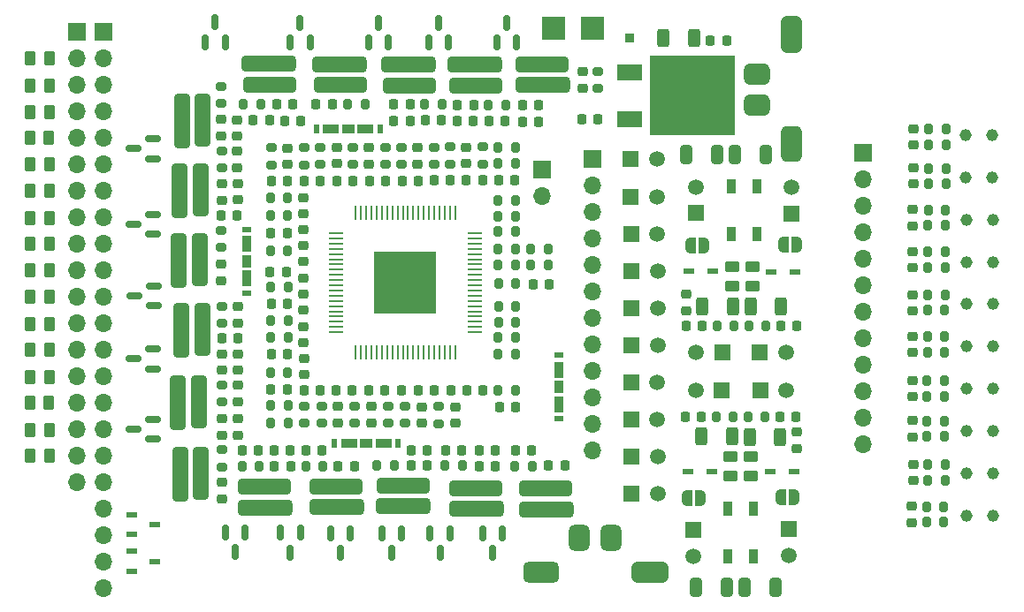
<source format=gbr>
%TF.GenerationSoftware,KiCad,Pcbnew,8.0.2*%
%TF.CreationDate,2024-12-22T13:37:02+01:00*%
%TF.ProjectId,FT25_AMS_Slave,46543235-5f41-44d5-935f-536c6176652e,rev?*%
%TF.SameCoordinates,Original*%
%TF.FileFunction,Soldermask,Top*%
%TF.FilePolarity,Negative*%
%FSLAX46Y46*%
G04 Gerber Fmt 4.6, Leading zero omitted, Abs format (unit mm)*
G04 Created by KiCad (PCBNEW 8.0.2) date 2024-12-22 13:37:02*
%MOMM*%
%LPD*%
G01*
G04 APERTURE LIST*
G04 Aperture macros list*
%AMRoundRect*
0 Rectangle with rounded corners*
0 $1 Rounding radius*
0 $2 $3 $4 $5 $6 $7 $8 $9 X,Y pos of 4 corners*
0 Add a 4 corners polygon primitive as box body*
4,1,4,$2,$3,$4,$5,$6,$7,$8,$9,$2,$3,0*
0 Add four circle primitives for the rounded corners*
1,1,$1+$1,$2,$3*
1,1,$1+$1,$4,$5*
1,1,$1+$1,$6,$7*
1,1,$1+$1,$8,$9*
0 Add four rect primitives between the rounded corners*
20,1,$1+$1,$2,$3,$4,$5,0*
20,1,$1+$1,$4,$5,$6,$7,0*
20,1,$1+$1,$6,$7,$8,$9,0*
20,1,$1+$1,$8,$9,$2,$3,0*%
%AMFreePoly0*
4,1,19,0.500000,-0.750000,0.000000,-0.750000,0.000000,-0.744911,-0.071157,-0.744911,-0.207708,-0.704816,-0.327430,-0.627875,-0.420627,-0.520320,-0.479746,-0.390866,-0.500000,-0.250000,-0.500000,0.250000,-0.479746,0.390866,-0.420627,0.520320,-0.327430,0.627875,-0.207708,0.704816,-0.071157,0.744911,0.000000,0.744911,0.000000,0.750000,0.500000,0.750000,0.500000,-0.750000,0.500000,-0.750000,
$1*%
%AMFreePoly1*
4,1,19,0.000000,0.744911,0.071157,0.744911,0.207708,0.704816,0.327430,0.627875,0.420627,0.520320,0.479746,0.390866,0.500000,0.250000,0.500000,-0.250000,0.479746,-0.390866,0.420627,-0.520320,0.327430,-0.627875,0.207708,-0.704816,0.071157,-0.744911,0.000000,-0.744911,0.000000,-0.750000,-0.500000,-0.750000,-0.500000,0.750000,0.000000,0.750000,0.000000,0.744911,0.000000,0.744911,
$1*%
G04 Aperture macros list end*
%ADD10RoundRect,0.200000X-0.275000X0.200000X-0.275000X-0.200000X0.275000X-0.200000X0.275000X0.200000X0*%
%ADD11RoundRect,0.250000X0.450000X-0.262500X0.450000X0.262500X-0.450000X0.262500X-0.450000X-0.262500X0*%
%ADD12RoundRect,0.250000X-0.262500X-0.450000X0.262500X-0.450000X0.262500X0.450000X-0.262500X0.450000X0*%
%ADD13RoundRect,0.225000X0.250000X-0.225000X0.250000X0.225000X-0.250000X0.225000X-0.250000X-0.225000X0*%
%ADD14RoundRect,0.225000X-0.250000X0.225000X-0.250000X-0.225000X0.250000X-0.225000X0.250000X0.225000X0*%
%ADD15R,1.700000X1.700000*%
%ADD16O,1.700000X1.700000*%
%ADD17RoundRect,0.200000X-0.200000X-0.275000X0.200000X-0.275000X0.200000X0.275000X-0.200000X0.275000X0*%
%ADD18RoundRect,0.250000X-0.312500X-0.625000X0.312500X-0.625000X0.312500X0.625000X-0.312500X0.625000X0*%
%ADD19R,1.500000X1.500000*%
%ADD20C,1.500000*%
%ADD21RoundRect,0.326087X2.273913X-0.423913X2.273913X0.423913X-2.273913X0.423913X-2.273913X-0.423913X0*%
%ADD22RoundRect,0.326087X2.198913X-0.423913X2.198913X0.423913X-2.198913X0.423913X-2.198913X-0.423913X0*%
%ADD23RoundRect,0.218750X-0.218750X-0.256250X0.218750X-0.256250X0.218750X0.256250X-0.218750X0.256250X0*%
%ADD24R,2.180400X2.210000*%
%ADD25RoundRect,0.225000X0.225000X0.250000X-0.225000X0.250000X-0.225000X-0.250000X0.225000X-0.250000X0*%
%ADD26RoundRect,0.150000X0.150000X-0.587500X0.150000X0.587500X-0.150000X0.587500X-0.150000X-0.587500X0*%
%ADD27RoundRect,0.200000X0.200000X0.275000X-0.200000X0.275000X-0.200000X-0.275000X0.200000X-0.275000X0*%
%ADD28C,1.173000*%
%ADD29RoundRect,0.150000X-0.150000X0.587500X-0.150000X-0.587500X0.150000X-0.587500X0.150000X0.587500X0*%
%ADD30RoundRect,0.218750X0.218750X0.256250X-0.218750X0.256250X-0.218750X-0.256250X0.218750X-0.256250X0*%
%ADD31FreePoly0,180.000000*%
%ADD32FreePoly1,180.000000*%
%ADD33RoundRect,0.218750X0.256250X-0.218750X0.256250X0.218750X-0.256250X0.218750X-0.256250X-0.218750X0*%
%ADD34RoundRect,0.250000X0.325000X0.650000X-0.325000X0.650000X-0.325000X-0.650000X0.325000X-0.650000X0*%
%ADD35RoundRect,0.500000X-0.500000X-0.735000X0.500000X-0.735000X0.500000X0.735000X-0.500000X0.735000X0*%
%ADD36RoundRect,0.500000X-1.207500X-0.500000X1.207500X-0.500000X1.207500X0.500000X-1.207500X0.500000X0*%
%ADD37RoundRect,0.500000X-1.257500X-0.500000X1.257500X-0.500000X1.257500X0.500000X-1.257500X0.500000X0*%
%ADD38R,2.400000X1.485000*%
%ADD39R,8.250000X7.650000*%
%ADD40RoundRect,0.225000X-0.225000X-0.250000X0.225000X-0.250000X0.225000X0.250000X-0.225000X0.250000X0*%
%ADD41RoundRect,0.326087X-0.423913X-2.273913X0.423913X-2.273913X0.423913X2.273913X-0.423913X2.273913X0*%
%ADD42RoundRect,0.326087X-0.423913X-2.198913X0.423913X-2.198913X0.423913X2.198913X-0.423913X2.198913X0*%
%ADD43RoundRect,0.250000X0.312500X0.625000X-0.312500X0.625000X-0.312500X-0.625000X0.312500X-0.625000X0*%
%ADD44RoundRect,0.150000X0.587500X0.150000X-0.587500X0.150000X-0.587500X-0.150000X0.587500X-0.150000X0*%
%ADD45RoundRect,0.200000X0.275000X-0.200000X0.275000X0.200000X-0.275000X0.200000X-0.275000X-0.200000X0*%
%ADD46R,0.900000X1.350000*%
%ADD47RoundRect,0.326087X-2.273913X0.423913X-2.273913X-0.423913X2.273913X-0.423913X2.273913X0.423913X0*%
%ADD48RoundRect,0.326087X-2.198913X0.423913X-2.198913X-0.423913X2.198913X-0.423913X2.198913X0.423913X0*%
%ADD49R,1.075000X0.500000*%
%ADD50C,0.100000*%
%ADD51FreePoly0,0.000000*%
%ADD52FreePoly1,0.000000*%
%ADD53R,0.900000X0.600000*%
%ADD54R,0.900000X1.500000*%
%ADD55R,0.900000X1.200000*%
%ADD56O,0.250000X1.500000*%
%ADD57O,1.500000X0.250000*%
%ADD58C,0.600000*%
%ADD59R,6.000000X6.000000*%
%ADD60RoundRect,0.250000X-0.450000X0.262500X-0.450000X-0.262500X0.450000X-0.262500X0.450000X0.262500X0*%
%ADD61R,0.850000X0.850000*%
%ADD62R,1.050000X0.600000*%
%ADD63R,0.600000X0.900000*%
%ADD64R,1.500000X0.900000*%
%ADD65R,1.200000X0.900000*%
%ADD66RoundRect,0.250000X-0.325000X-0.650000X0.325000X-0.650000X0.325000X0.650000X-0.325000X0.650000X0*%
%ADD67RoundRect,0.500000X0.735000X-0.500000X0.735000X0.500000X-0.735000X0.500000X-0.735000X-0.500000X0*%
%ADD68RoundRect,0.500000X0.500000X-1.207500X0.500000X1.207500X-0.500000X1.207500X-0.500000X-1.207500X0*%
%ADD69RoundRect,0.500000X0.500000X-1.257500X0.500000X1.257500X-0.500000X1.257500X-0.500000X-1.257500X0*%
G04 APERTURE END LIST*
D10*
%TO.C,R49*%
X112270000Y-74975000D03*
X112270000Y-76625000D03*
%TD*%
D11*
%TO.C,R25*%
X161200000Y-94152500D03*
X161200000Y-92327500D03*
%TD*%
D12*
%TO.C,R105*%
X93997500Y-110440000D03*
X95822500Y-110440000D03*
%TD*%
D13*
%TO.C,C12*%
X167380000Y-109705000D03*
X167380000Y-108155000D03*
%TD*%
D14*
%TO.C,C49*%
X178585000Y-79055000D03*
X178585000Y-80605000D03*
%TD*%
D15*
%TO.C,J1*%
X101047500Y-69805000D03*
D16*
X101047500Y-72345000D03*
X101047500Y-74885000D03*
X101047500Y-77425000D03*
X101047500Y-79965000D03*
X101047500Y-82505000D03*
X101047500Y-85045000D03*
X101047500Y-87585000D03*
X101047500Y-90125000D03*
X101047500Y-92665000D03*
X101047500Y-95205000D03*
X101047500Y-97745000D03*
X101047500Y-100285000D03*
X101047500Y-102825000D03*
X101047500Y-105365000D03*
X101047500Y-107905000D03*
X101047500Y-110445000D03*
X101047500Y-112985000D03*
X101047500Y-115525000D03*
X101047500Y-118065000D03*
X101047500Y-120605000D03*
X101047500Y-123145000D03*
%TD*%
D17*
%TO.C,R67*%
X117055000Y-105580000D03*
X118705000Y-105580000D03*
%TD*%
D18*
%TO.C,R8*%
X154647500Y-70340000D03*
X157572500Y-70340000D03*
%TD*%
D19*
%TO.C,TP11*%
X151570000Y-103405000D03*
D20*
X154070000Y-103405000D03*
%TD*%
D21*
%TO.C,R71*%
X123350000Y-115340000D03*
D22*
X123275000Y-113340000D03*
%TD*%
D23*
%TO.C,D8*%
X138922500Y-105770000D03*
X140497500Y-105770000D03*
%TD*%
D24*
%TO.C,D1*%
X144152800Y-69410000D03*
X147867200Y-69410000D03*
%TD*%
D14*
%TO.C,C50*%
X178535000Y-90835000D03*
X178535000Y-92385000D03*
%TD*%
D19*
%TO.C,TP1*%
X160290000Y-100520000D03*
D20*
X157790000Y-100520000D03*
%TD*%
D25*
%TO.C,C21*%
X131155000Y-84040000D03*
X129605000Y-84040000D03*
%TD*%
D10*
%TO.C,R40*%
X124890000Y-80825000D03*
X124890000Y-82475000D03*
%TD*%
D21*
%TO.C,R69*%
X116480000Y-115400000D03*
D22*
X116405000Y-113400000D03*
%TD*%
D19*
%TO.C,TP13*%
X151590000Y-110495000D03*
D20*
X154090000Y-110495000D03*
%TD*%
D19*
%TO.C,TP6*%
X151540000Y-89125000D03*
D20*
X154040000Y-89125000D03*
%TD*%
D26*
%TO.C,D12*%
X132160000Y-70787500D03*
X134060000Y-70787500D03*
X133110000Y-68912500D03*
%TD*%
D12*
%TO.C,R114*%
X94017500Y-87590000D03*
X95842500Y-87590000D03*
%TD*%
D27*
%TO.C,R89*%
X181710000Y-79050000D03*
X180060000Y-79050000D03*
%TD*%
D17*
%TO.C,R59*%
X117065000Y-94260000D03*
X118715000Y-94260000D03*
%TD*%
D12*
%TO.C,R108*%
X94007500Y-102830000D03*
X95832500Y-102830000D03*
%TD*%
D28*
%TO.C,TH1*%
X183595000Y-79690000D03*
X186135000Y-79690000D03*
%TD*%
D17*
%TO.C,R7*%
X159675000Y-106680000D03*
X161325000Y-106680000D03*
%TD*%
D29*
%TO.C,D40*%
X139240000Y-117832500D03*
X137340000Y-117832500D03*
X138290000Y-119707500D03*
%TD*%
D17*
%TO.C,R12*%
X138855000Y-96130000D03*
X140505000Y-96130000D03*
%TD*%
D30*
%TO.C,D38*%
X145222501Y-111349998D03*
X143647501Y-111349998D03*
%TD*%
D31*
%TO.C,JP4*%
X158210000Y-114450000D03*
D32*
X156910000Y-114450000D03*
%TD*%
D10*
%TO.C,R56*%
X112310000Y-88815000D03*
X112310000Y-90465000D03*
%TD*%
D17*
%TO.C,R2*%
X138815000Y-85950000D03*
X140465000Y-85950000D03*
%TD*%
D30*
%TO.C,FB1*%
X148397500Y-78130000D03*
X146822500Y-78130000D03*
%TD*%
D33*
%TO.C,D29*%
X112370000Y-114547500D03*
X112370000Y-112972500D03*
%TD*%
D26*
%TO.C,D16*%
X118910000Y-70757500D03*
X120810000Y-70757500D03*
X119860000Y-68882500D03*
%TD*%
D25*
%TO.C,C22*%
X128035000Y-84050000D03*
X126485000Y-84050000D03*
%TD*%
D10*
%TO.C,R51*%
X112330000Y-81165000D03*
X112330000Y-82815000D03*
%TD*%
D25*
%TO.C,C77*%
X113835000Y-87370000D03*
X112285000Y-87370000D03*
%TD*%
D34*
%TO.C,C16*%
X160725000Y-123010000D03*
X157775000Y-123010000D03*
%TD*%
D35*
%TO.C,J11*%
X146610000Y-118315000D03*
D36*
X142902500Y-121550000D03*
D35*
X149610000Y-118315000D03*
D37*
X153352500Y-121550000D03*
%TD*%
D27*
%TO.C,R35*%
X139515000Y-76760000D03*
X137865000Y-76760000D03*
%TD*%
D38*
%TO.C,Q1*%
X151370000Y-73627500D03*
D39*
X157395000Y-75870000D03*
D38*
X151370000Y-78112500D03*
%TD*%
D40*
%TO.C,C7*%
X165890000Y-97970000D03*
X167440000Y-97970000D03*
%TD*%
D28*
%TO.C,TH10*%
X183680000Y-99910000D03*
X186220000Y-99910000D03*
%TD*%
D17*
%TO.C,R77*%
X127207500Y-111359999D03*
X128857500Y-111359999D03*
%TD*%
D34*
%TO.C,C14*%
X164425000Y-81560000D03*
X161475000Y-81560000D03*
%TD*%
D17*
%TO.C,R87*%
X179885000Y-104740000D03*
X181535000Y-104740000D03*
%TD*%
D27*
%TO.C,R37*%
X133435000Y-76750000D03*
X131785000Y-76750000D03*
%TD*%
D11*
%TO.C,R17*%
X163130000Y-94152500D03*
X163130000Y-92327500D03*
%TD*%
D40*
%TO.C,C80*%
X120405000Y-109890000D03*
X121955000Y-109890000D03*
%TD*%
D12*
%TO.C,R113*%
X94027500Y-90120000D03*
X95852500Y-90120000D03*
%TD*%
D25*
%TO.C,C61*%
X130375000Y-78280000D03*
X128825000Y-78280000D03*
%TD*%
D12*
%TO.C,R120*%
X94027500Y-72340000D03*
X95852500Y-72340000D03*
%TD*%
D14*
%TO.C,C34*%
X120180000Y-94905000D03*
X120180000Y-96455000D03*
%TD*%
D41*
%TO.C,R55*%
X108260000Y-91690000D03*
D42*
X110260000Y-91615000D03*
%TD*%
D25*
%TO.C,C40*%
X121760000Y-104130000D03*
X120210000Y-104130000D03*
%TD*%
D43*
%TO.C,R18*%
X165902500Y-96090000D03*
X162977500Y-96090000D03*
%TD*%
D17*
%TO.C,R102*%
X179905000Y-100460000D03*
X181555000Y-100460000D03*
%TD*%
D10*
%TO.C,R63*%
X112380000Y-103605000D03*
X112380000Y-105255000D03*
%TD*%
D17*
%TO.C,R27*%
X138805000Y-90610000D03*
X140455000Y-90610000D03*
%TD*%
D44*
%TO.C,D24*%
X105887501Y-96032501D03*
X105887501Y-94132501D03*
X104012501Y-95082501D03*
%TD*%
D30*
%TO.C,D37*%
X138557500Y-111390000D03*
X136982500Y-111390000D03*
%TD*%
D25*
%TO.C,C62*%
X116902500Y-78260000D03*
X115352500Y-78260000D03*
%TD*%
D17*
%TO.C,R11*%
X138835000Y-93860000D03*
X140485000Y-93860000D03*
%TD*%
D14*
%TO.C,C68*%
X113900000Y-106875000D03*
X113900000Y-108425000D03*
%TD*%
%TO.C,C47*%
X131520000Y-105720000D03*
X131520000Y-107270000D03*
%TD*%
%TO.C,C33*%
X120170000Y-91815000D03*
X120170000Y-93365000D03*
%TD*%
%TO.C,C30*%
X120150000Y-88695000D03*
X120150000Y-90245000D03*
%TD*%
D40*
%TO.C,C45*%
X129585000Y-104130000D03*
X131135000Y-104130000D03*
%TD*%
D17*
%TO.C,R94*%
X179935000Y-96460000D03*
X181585000Y-96460000D03*
%TD*%
%TO.C,R44*%
X114445000Y-76700000D03*
X116095000Y-76700000D03*
%TD*%
D25*
%TO.C,C35*%
X118645000Y-95840000D03*
X117095000Y-95840000D03*
%TD*%
%TO.C,C32*%
X118515000Y-92770000D03*
X116965000Y-92770000D03*
%TD*%
D10*
%TO.C,R46*%
X120220000Y-80875000D03*
X120220000Y-82525000D03*
%TD*%
D19*
%TO.C,TP9*%
X151580000Y-99855000D03*
D20*
X154080000Y-99855000D03*
%TD*%
D28*
%TO.C,TH3*%
X183660000Y-103980000D03*
X186200000Y-103980000D03*
%TD*%
D14*
%TO.C,C38*%
X120220000Y-101065000D03*
X120220000Y-102615000D03*
%TD*%
D45*
%TO.C,R75*%
X125060000Y-107280000D03*
X125060000Y-105630000D03*
%TD*%
D40*
%TO.C,C72*%
X137005000Y-109910000D03*
X138555000Y-109910000D03*
%TD*%
D14*
%TO.C,C66*%
X113920000Y-96125000D03*
X113920000Y-97675000D03*
%TD*%
D10*
%TO.C,R47*%
X117110000Y-80875000D03*
X117110000Y-82525000D03*
%TD*%
D17*
%TO.C,R24*%
X138815000Y-100630000D03*
X140465000Y-100630000D03*
%TD*%
D46*
%TO.C,FL1*%
X163610000Y-89145000D03*
X163610000Y-84595000D03*
X161110000Y-84595000D03*
X161110000Y-89145000D03*
%TD*%
D12*
%TO.C,R109*%
X93997500Y-100280000D03*
X95822500Y-100280000D03*
%TD*%
D40*
%TO.C,C76*%
X118365000Y-78280000D03*
X119915000Y-78280000D03*
%TD*%
%TO.C,C73*%
X140445000Y-109920000D03*
X141995000Y-109920000D03*
%TD*%
%TO.C,C81*%
X130475000Y-109890000D03*
X132025000Y-109890000D03*
%TD*%
D28*
%TO.C,TH6*%
X183670000Y-95860000D03*
X186210000Y-95860000D03*
%TD*%
D17*
%TO.C,R52*%
X117015000Y-85710000D03*
X118665000Y-85710000D03*
%TD*%
D13*
%TO.C,C79*%
X113900000Y-102215000D03*
X113900000Y-100665000D03*
%TD*%
D47*
%TO.C,R34*%
X136600000Y-72940000D03*
D48*
X136675000Y-74940000D03*
%TD*%
D14*
%TO.C,C67*%
X113900000Y-103665000D03*
X113900000Y-105215000D03*
%TD*%
D12*
%TO.C,R112*%
X94027500Y-92650000D03*
X95852500Y-92650000D03*
%TD*%
D41*
%TO.C,R57*%
X108490000Y-98410000D03*
D42*
X110490000Y-98335000D03*
%TD*%
D14*
%TO.C,C58*%
X178475000Y-98955000D03*
X178475000Y-100505000D03*
%TD*%
D43*
%TO.C,R16*%
X165812500Y-108590000D03*
X162887500Y-108590000D03*
%TD*%
D49*
%TO.C,D4*%
X167210000Y-92760000D03*
X164910000Y-92760000D03*
%TD*%
D50*
%TO.C,*%
X170560000Y-89190000D03*
%TD*%
D51*
%TO.C,JP3*%
X165850000Y-114400000D03*
D52*
X167150000Y-114400000D03*
%TD*%
D40*
%TO.C,C42*%
X126395000Y-104150000D03*
X127945000Y-104150000D03*
%TD*%
D53*
%TO.C,J7*%
X114760000Y-88690000D03*
D54*
X114760000Y-90090000D03*
D55*
X114760000Y-91740000D03*
D54*
X114760000Y-93390000D03*
D53*
X114760000Y-94790000D03*
%TD*%
D31*
%TO.C,JP1*%
X158530000Y-90240000D03*
D32*
X157230000Y-90240000D03*
%TD*%
D44*
%TO.C,D20*%
X105747500Y-81922500D03*
X105747500Y-80022500D03*
X103872500Y-80972500D03*
%TD*%
D56*
%TO.C,U1*%
X134690000Y-87132500D03*
X134190000Y-87132500D03*
X133690000Y-87132500D03*
X133190000Y-87132500D03*
X132690000Y-87132500D03*
X132190000Y-87132500D03*
X131690000Y-87132500D03*
X131190000Y-87132500D03*
X130690000Y-87132500D03*
X130190000Y-87132500D03*
X129690000Y-87132500D03*
X129190000Y-87132500D03*
X128690000Y-87132500D03*
X128190000Y-87132500D03*
X127690000Y-87132500D03*
X127190000Y-87132500D03*
X126690000Y-87132500D03*
X126190000Y-87132500D03*
X125690000Y-87132500D03*
X125190000Y-87132500D03*
D57*
X123252500Y-89070000D03*
X123252500Y-89570000D03*
X123252500Y-90070000D03*
X123252500Y-90570000D03*
X123252500Y-91070000D03*
X123252500Y-91570000D03*
X123252500Y-92070000D03*
X123252500Y-92570000D03*
X123252500Y-93070000D03*
X123252500Y-93570000D03*
X123252500Y-94070000D03*
X123252500Y-94570000D03*
X123252500Y-95070000D03*
X123252500Y-95570000D03*
X123252500Y-96070000D03*
X123252500Y-96570000D03*
X123252500Y-97070000D03*
X123252500Y-97570000D03*
X123252500Y-98070000D03*
X123252500Y-98570000D03*
D56*
X125190000Y-100507500D03*
X125690000Y-100507500D03*
X126190000Y-100507500D03*
X126690000Y-100507500D03*
X127190000Y-100507500D03*
X127690000Y-100507500D03*
X128190000Y-100507500D03*
X128690000Y-100507500D03*
X129190000Y-100507500D03*
X129690000Y-100507500D03*
X130190000Y-100507500D03*
X130690000Y-100507500D03*
X131190000Y-100507500D03*
X131690000Y-100507500D03*
X132190000Y-100507500D03*
X132690000Y-100507500D03*
X133190000Y-100507500D03*
X133690000Y-100507500D03*
X134190000Y-100507500D03*
X134690000Y-100507500D03*
D57*
X136627500Y-98570000D03*
X136627500Y-98070000D03*
X136627500Y-97570000D03*
X136627500Y-97070000D03*
X136627500Y-96570000D03*
X136627500Y-96070000D03*
D58*
X132440000Y-91320000D03*
X131440000Y-91320000D03*
X130440000Y-91320000D03*
X129440000Y-91320000D03*
X128440000Y-91320000D03*
X127440000Y-91320000D03*
X132440000Y-92320000D03*
X131440000Y-92320000D03*
X130440000Y-92320000D03*
X129440000Y-92320000D03*
X128440000Y-92320000D03*
X127440000Y-92320000D03*
X132440000Y-93320000D03*
X131440000Y-93320000D03*
X130440000Y-93320000D03*
X129440000Y-93320000D03*
X128440000Y-93320000D03*
X127440000Y-93320000D03*
D59*
X129940000Y-93820000D03*
D58*
X132440000Y-94320000D03*
X131440000Y-94320000D03*
X130440000Y-94320000D03*
X129440000Y-94320000D03*
X128440000Y-94320000D03*
X127440000Y-94320000D03*
X132440000Y-95320000D03*
X131440000Y-95320000D03*
X130440000Y-95320000D03*
X129440000Y-95320000D03*
X128440000Y-95320000D03*
X127440000Y-95320000D03*
D57*
X136627500Y-95570000D03*
D58*
X132440000Y-96320000D03*
X131440000Y-96320000D03*
X130440000Y-96320000D03*
X129440000Y-96320000D03*
X128440000Y-96320000D03*
X127440000Y-96320000D03*
D57*
X136627500Y-95070000D03*
X136627500Y-94570000D03*
X136627500Y-94070000D03*
X136627500Y-93570000D03*
X136627500Y-93070000D03*
X136627500Y-92570000D03*
X136627500Y-92070000D03*
X136627500Y-91570000D03*
X136627500Y-91070000D03*
X136627500Y-90570000D03*
X136627500Y-90070000D03*
X136627500Y-89570000D03*
X136627500Y-89070000D03*
%TD*%
D27*
%TO.C,R99*%
X181470000Y-115300000D03*
X179820000Y-115300000D03*
%TD*%
D10*
%TO.C,R65*%
X112370000Y-109855000D03*
X112370000Y-111505000D03*
%TD*%
D14*
%TO.C,C53*%
X178590000Y-82815000D03*
X178590000Y-84365000D03*
%TD*%
%TO.C,C54*%
X178505000Y-94955000D03*
X178505000Y-96505000D03*
%TD*%
D17*
%TO.C,R66*%
X117005000Y-102450000D03*
X118655000Y-102450000D03*
%TD*%
D10*
%TO.C,R32*%
X134200000Y-80815000D03*
X134200000Y-82465000D03*
%TD*%
D14*
%TO.C,C52*%
X178560000Y-111225000D03*
X178560000Y-112775000D03*
%TD*%
D12*
%TO.C,R116*%
X94027500Y-82500000D03*
X95852500Y-82500000D03*
%TD*%
D13*
%TO.C,C24*%
X123340000Y-82415000D03*
X123340000Y-80865000D03*
%TD*%
D30*
%TO.C,D30*%
X118947500Y-111440000D03*
X117372500Y-111440000D03*
%TD*%
D27*
%TO.C,R91*%
X181530000Y-103250000D03*
X179880000Y-103250000D03*
%TD*%
D17*
%TO.C,R4*%
X138815000Y-87430000D03*
X140465000Y-87430000D03*
%TD*%
D25*
%TO.C,C25*%
X124915000Y-84040000D03*
X123365000Y-84040000D03*
%TD*%
D17*
%TO.C,R72*%
X120405000Y-111430000D03*
X122055000Y-111430000D03*
%TD*%
D27*
%TO.C,R90*%
X181590000Y-90880000D03*
X179940000Y-90880000D03*
%TD*%
D60*
%TO.C,R19*%
X161090000Y-110487500D03*
X161090000Y-112312500D03*
%TD*%
D45*
%TO.C,R80*%
X128260000Y-107310000D03*
X128260000Y-105660000D03*
%TD*%
D17*
%TO.C,R101*%
X179970000Y-88330000D03*
X181620000Y-88330000D03*
%TD*%
D49*
%TO.C,D7*%
X167190000Y-111910000D03*
X164890000Y-111910000D03*
%TD*%
D45*
%TO.C,R74*%
X121900000Y-107290000D03*
X121900000Y-105640000D03*
%TD*%
D17*
%TO.C,R85*%
X180060000Y-80600000D03*
X181710000Y-80600000D03*
%TD*%
D18*
%TO.C,R20*%
X158287500Y-108570000D03*
X161212500Y-108570000D03*
%TD*%
D19*
%TO.C,TP18*%
X157460000Y-117560000D03*
D20*
X157460000Y-120060000D03*
%TD*%
D12*
%TO.C,R115*%
X94017500Y-85040000D03*
X95842500Y-85040000D03*
%TD*%
D23*
%TO.C,D10*%
X134892500Y-76760000D03*
X136467500Y-76760000D03*
%TD*%
D14*
%TO.C,C51*%
X178455000Y-103215000D03*
X178455000Y-104765000D03*
%TD*%
D12*
%TO.C,R117*%
X93967500Y-79960000D03*
X95792500Y-79960000D03*
%TD*%
D17*
%TO.C,R5*%
X138820000Y-88900000D03*
X140470000Y-88900000D03*
%TD*%
D14*
%TO.C,C37*%
X120180000Y-98035000D03*
X120180000Y-99585000D03*
%TD*%
D40*
%TO.C,C75*%
X131855000Y-78270000D03*
X133405000Y-78270000D03*
%TD*%
D17*
%TO.C,R14*%
X138835000Y-97610000D03*
X140485000Y-97610000D03*
%TD*%
D45*
%TO.C,R81*%
X129900000Y-107310000D03*
X129900000Y-105660000D03*
%TD*%
D26*
%TO.C,D15*%
X126430000Y-70757500D03*
X128330000Y-70757500D03*
X127380000Y-68882500D03*
%TD*%
D51*
%TO.C,JP2*%
X166140000Y-90210000D03*
D52*
X167440000Y-90210000D03*
%TD*%
D17*
%TO.C,R28*%
X138805000Y-92100000D03*
X140455000Y-92100000D03*
%TD*%
D19*
%TO.C,TP2*%
X163870000Y-100520000D03*
D20*
X166370000Y-100520000D03*
%TD*%
D30*
%TO.C,D33*%
X125037500Y-111410000D03*
X123462500Y-111410000D03*
%TD*%
D19*
%TO.C,TP4*%
X160250000Y-104140000D03*
D20*
X157750000Y-104140000D03*
%TD*%
D14*
%TO.C,C11*%
X156780000Y-94935000D03*
X156780000Y-96485000D03*
%TD*%
D19*
%TO.C,TP10*%
X151510000Y-81985000D03*
D20*
X154010000Y-81985000D03*
%TD*%
D27*
%TO.C,R10*%
X164385000Y-106680000D03*
X162735000Y-106680000D03*
%TD*%
%TO.C,R97*%
X181675000Y-82850000D03*
X180025000Y-82850000D03*
%TD*%
D26*
%TO.C,D19*%
X110770000Y-70747500D03*
X112670000Y-70747500D03*
X111720000Y-68872500D03*
%TD*%
D17*
%TO.C,R53*%
X117015000Y-87360000D03*
X118665000Y-87360000D03*
%TD*%
D33*
%TO.C,D21*%
X112330000Y-85897500D03*
X112330000Y-84322500D03*
%TD*%
D21*
%TO.C,R29*%
X143100000Y-74880000D03*
D22*
X143025000Y-72880000D03*
%TD*%
D29*
%TO.C,D32*%
X119870000Y-117812500D03*
X117970000Y-117812500D03*
X118920000Y-119687500D03*
%TD*%
D14*
%TO.C,C65*%
X113860000Y-84315000D03*
X113860000Y-85865000D03*
%TD*%
D33*
%TO.C,D25*%
X112340000Y-102207500D03*
X112340000Y-100632500D03*
%TD*%
D61*
%TO.C,J4*%
X151410000Y-70340000D03*
%TD*%
D13*
%TO.C,C27*%
X118670000Y-82475000D03*
X118670000Y-80925000D03*
%TD*%
D29*
%TO.C,D39*%
X134210000Y-117852500D03*
X132310000Y-117852500D03*
X133260000Y-119727500D03*
%TD*%
D27*
%TO.C,R42*%
X126062500Y-76740000D03*
X124412500Y-76740000D03*
%TD*%
D10*
%TO.C,R45*%
X121780000Y-80835000D03*
X121780000Y-82485000D03*
%TD*%
D62*
%TO.C,D2*%
X103740000Y-119580000D03*
X103740000Y-121480000D03*
X105940000Y-120530000D03*
%TD*%
D14*
%TO.C,C57*%
X178535000Y-86815000D03*
X178535000Y-88365000D03*
%TD*%
D41*
%TO.C,R64*%
X108360000Y-112170000D03*
D42*
X110360000Y-112095000D03*
%TD*%
D17*
%TO.C,R54*%
X117015000Y-90730000D03*
X118665000Y-90730000D03*
%TD*%
D33*
%TO.C,D18*%
X112270000Y-79757500D03*
X112270000Y-78182500D03*
%TD*%
D21*
%TO.C,R76*%
X129770000Y-115260000D03*
D22*
X129695000Y-113260000D03*
%TD*%
D19*
%TO.C,TP8*%
X151510000Y-85565000D03*
D20*
X154010000Y-85565000D03*
%TD*%
D26*
%TO.C,D11*%
X138697500Y-70767500D03*
X140597500Y-70767500D03*
X139647500Y-68892500D03*
%TD*%
D17*
%TO.C,R70*%
X114277500Y-111429999D03*
X115927500Y-111429999D03*
%TD*%
D14*
%TO.C,C29*%
X120200000Y-85655000D03*
X120200000Y-87205000D03*
%TD*%
D29*
%TO.C,D35*%
X124650000Y-117852500D03*
X122750000Y-117852500D03*
X123700000Y-119727500D03*
%TD*%
D19*
%TO.C,TP16*%
X166920000Y-87190000D03*
D20*
X166920000Y-84690000D03*
%TD*%
D17*
%TO.C,R96*%
X179855000Y-108550000D03*
X181505000Y-108550000D03*
%TD*%
D60*
%TO.C,R26*%
X163030000Y-110507500D03*
X163030000Y-112332500D03*
%TD*%
D30*
%TO.C,D34*%
X132030000Y-111369999D03*
X130455000Y-111369999D03*
%TD*%
D15*
%TO.C,J5*%
X147830000Y-81970000D03*
D16*
X147830000Y-84510000D03*
X147830000Y-87050000D03*
X147830000Y-89590000D03*
X147830000Y-92130000D03*
X147830000Y-94670000D03*
X147830000Y-97210000D03*
X147830000Y-99750000D03*
X147830000Y-102290000D03*
X147830000Y-104830000D03*
X147830000Y-107370000D03*
X147830000Y-109910000D03*
%TD*%
D41*
%TO.C,R62*%
X108160000Y-105330000D03*
D42*
X110160000Y-105255000D03*
%TD*%
D10*
%TO.C,R33*%
X132650000Y-80825000D03*
X132650000Y-82475000D03*
%TD*%
D50*
%TO.C,*%
X170560000Y-107310000D03*
%TD*%
D40*
%TO.C,C71*%
X133765000Y-109890000D03*
X135315000Y-109890000D03*
%TD*%
%TO.C,C70*%
X117335000Y-109920000D03*
X118885000Y-109920000D03*
%TD*%
D15*
%TO.C,J2*%
X143030000Y-82965000D03*
D16*
X143030000Y-85505000D03*
%TD*%
D25*
%TO.C,C78*%
X113935000Y-99160000D03*
X112385000Y-99160000D03*
%TD*%
D47*
%TO.C,R43*%
X116830000Y-72850000D03*
D48*
X116905000Y-74850000D03*
%TD*%
D45*
%TO.C,R82*%
X133130000Y-107320000D03*
X133130000Y-105670000D03*
%TD*%
D25*
%TO.C,C28*%
X118665000Y-84090000D03*
X117115000Y-84090000D03*
%TD*%
D17*
%TO.C,R79*%
X133720001Y-111359998D03*
X135370001Y-111359998D03*
%TD*%
D10*
%TO.C,R38*%
X129560000Y-80835000D03*
X129560000Y-82485000D03*
%TD*%
D14*
%TO.C,C55*%
X178415000Y-115265000D03*
X178415000Y-116815000D03*
%TD*%
D13*
%TO.C,C19*%
X135780000Y-82405000D03*
X135780000Y-80855000D03*
%TD*%
D29*
%TO.C,D36*%
X129570000Y-117852500D03*
X127670000Y-117852500D03*
X128620000Y-119727500D03*
%TD*%
D28*
%TO.C,TH8*%
X183650000Y-108030000D03*
X186190000Y-108030000D03*
%TD*%
D49*
%TO.C,D6*%
X157050000Y-92740000D03*
X159350000Y-92740000D03*
%TD*%
D44*
%TO.C,D23*%
X105797500Y-89172500D03*
X105797500Y-87272500D03*
X103922500Y-88222500D03*
%TD*%
D40*
%TO.C,C10*%
X159125000Y-70620000D03*
X160675000Y-70620000D03*
%TD*%
D17*
%TO.C,R22*%
X138825000Y-99100000D03*
X140475000Y-99100000D03*
%TD*%
D14*
%TO.C,C56*%
X178455000Y-107045000D03*
X178455000Y-108595000D03*
%TD*%
D17*
%TO.C,R61*%
X117045000Y-99050000D03*
X118695000Y-99050000D03*
%TD*%
D27*
%TO.C,R98*%
X181605000Y-94970000D03*
X179955000Y-94970000D03*
%TD*%
D25*
%TO.C,C9*%
X137375000Y-104160000D03*
X135825000Y-104160000D03*
%TD*%
D40*
%TO.C,C6*%
X165795000Y-106660000D03*
X167345000Y-106660000D03*
%TD*%
D50*
%TO.C,*%
X170560000Y-88310000D03*
%TD*%
D17*
%TO.C,R13*%
X138825000Y-104140000D03*
X140475000Y-104140000D03*
%TD*%
D40*
%TO.C,C74*%
X141125000Y-78360000D03*
X142675000Y-78360000D03*
%TD*%
D44*
%TO.C,D27*%
X105807500Y-102072500D03*
X105807500Y-100172500D03*
X103932500Y-101122500D03*
%TD*%
D25*
%TO.C,C60*%
X136452500Y-78310000D03*
X134902500Y-78310000D03*
%TD*%
D28*
%TO.C,TH2*%
X183675000Y-91840000D03*
X186215000Y-91840000D03*
%TD*%
D40*
%TO.C,C3*%
X142135000Y-93980000D03*
X143685000Y-93980000D03*
%TD*%
D17*
%TO.C,R93*%
X180035000Y-84370000D03*
X181685000Y-84370000D03*
%TD*%
D27*
%TO.C,R100*%
X181510000Y-107070000D03*
X179860000Y-107070000D03*
%TD*%
D29*
%TO.C,D31*%
X114572500Y-117782500D03*
X112672500Y-117782500D03*
X113622500Y-119657500D03*
%TD*%
D15*
%TO.C,J3*%
X98507500Y-69805000D03*
D16*
X98507500Y-72345000D03*
X98507500Y-74885000D03*
X98507500Y-77425000D03*
X98507500Y-79965000D03*
X98507500Y-82505000D03*
X98507500Y-85045000D03*
X98507500Y-87585000D03*
X98507500Y-90125000D03*
X98507500Y-92665000D03*
X98507500Y-95205000D03*
X98507500Y-97745000D03*
X98507500Y-100285000D03*
X98507500Y-102825000D03*
X98507500Y-105365000D03*
X98507500Y-107905000D03*
X98507500Y-110445000D03*
X98507500Y-112985000D03*
%TD*%
D27*
%TO.C,R92*%
X181605000Y-111250000D03*
X179955000Y-111250000D03*
%TD*%
D33*
%TO.C,D26*%
X112390000Y-108447500D03*
X112390000Y-106872500D03*
%TD*%
D12*
%TO.C,R106*%
X93997500Y-107910000D03*
X95822500Y-107910000D03*
%TD*%
D44*
%TO.C,D28*%
X105807500Y-108832500D03*
X105807500Y-106932500D03*
X103932500Y-107882500D03*
%TD*%
D19*
%TO.C,TP17*%
X166630000Y-117470000D03*
D20*
X166630000Y-119970000D03*
%TD*%
D25*
%TO.C,C31*%
X118605000Y-89070000D03*
X117055000Y-89070000D03*
%TD*%
D17*
%TO.C,R88*%
X179950000Y-112740000D03*
X181600000Y-112740000D03*
%TD*%
D12*
%TO.C,R119*%
X94027500Y-74890000D03*
X95852500Y-74890000D03*
%TD*%
D17*
%TO.C,R23*%
X141955000Y-90620000D03*
X143605000Y-90620000D03*
%TD*%
D25*
%TO.C,C26*%
X121785000Y-84050000D03*
X120235000Y-84050000D03*
%TD*%
D23*
%TO.C,D9*%
X141122500Y-76810000D03*
X142697500Y-76810000D03*
%TD*%
D17*
%TO.C,R9*%
X159775000Y-97980000D03*
X161425000Y-97980000D03*
%TD*%
D25*
%TO.C,C18*%
X134205000Y-84020000D03*
X132655000Y-84020000D03*
%TD*%
D47*
%TO.C,R36*%
X130230000Y-72900000D03*
D48*
X130305000Y-74900000D03*
%TD*%
D17*
%TO.C,R84*%
X140410001Y-111389998D03*
X142060001Y-111389998D03*
%TD*%
%TO.C,R30*%
X138825000Y-80840000D03*
X140475000Y-80840000D03*
%TD*%
%TO.C,R95*%
X179820000Y-116780000D03*
X181470000Y-116780000D03*
%TD*%
D25*
%TO.C,C59*%
X139485000Y-78290000D03*
X137935000Y-78290000D03*
%TD*%
D12*
%TO.C,R107*%
X93987500Y-105360000D03*
X95812500Y-105360000D03*
%TD*%
D10*
%TO.C,R39*%
X128000000Y-80845000D03*
X128000000Y-82495000D03*
%TD*%
D12*
%TO.C,R110*%
X94007500Y-97750000D03*
X95832500Y-97750000D03*
%TD*%
D19*
%TO.C,TP14*%
X151610000Y-114015000D03*
D20*
X154110000Y-114015000D03*
%TD*%
D19*
%TO.C,TP12*%
X151570000Y-106955000D03*
D20*
X154070000Y-106955000D03*
%TD*%
D30*
%TO.C,D17*%
X119187500Y-76730000D03*
X117612500Y-76730000D03*
%TD*%
D17*
%TO.C,R86*%
X179940000Y-92390000D03*
X181590000Y-92390000D03*
%TD*%
D47*
%TO.C,R41*%
X123640000Y-72880000D03*
D48*
X123715000Y-74880000D03*
%TD*%
D45*
%TO.C,R73*%
X120280000Y-107310000D03*
X120280000Y-105660000D03*
%TD*%
D19*
%TO.C,TP7*%
X151610000Y-96235000D03*
D20*
X154110000Y-96235000D03*
%TD*%
D25*
%TO.C,C5*%
X158375000Y-97970000D03*
X156825000Y-97970000D03*
%TD*%
D63*
%TO.C,J6*%
X121390000Y-79120000D03*
D64*
X122790000Y-79120000D03*
D65*
X124440000Y-79120000D03*
D64*
X126090000Y-79120000D03*
D63*
X127490000Y-79120000D03*
%TD*%
D10*
%TO.C,R31*%
X137340000Y-80795000D03*
X137340000Y-82445000D03*
%TD*%
D34*
%TO.C,C13*%
X159785000Y-81570000D03*
X156835000Y-81570000D03*
%TD*%
D45*
%TO.C,R3*%
X148380000Y-75195000D03*
X148380000Y-73545000D03*
%TD*%
D53*
%TO.C,J9*%
X144670000Y-100760000D03*
D54*
X144670000Y-102160000D03*
D55*
X144670000Y-103810000D03*
D54*
X144670000Y-105460000D03*
D53*
X144670000Y-106860000D03*
%TD*%
D25*
%TO.C,C17*%
X137315000Y-84020000D03*
X135765000Y-84020000D03*
%TD*%
D28*
%TO.C,TH5*%
X183605000Y-83730000D03*
X186145000Y-83730000D03*
%TD*%
%TO.C,TH4*%
X183660000Y-112080000D03*
X186200000Y-112080000D03*
%TD*%
D21*
%TO.C,R78*%
X136752500Y-115509999D03*
D22*
X136677500Y-113509999D03*
%TD*%
D14*
%TO.C,C63*%
X113840000Y-78215000D03*
X113840000Y-79765000D03*
%TD*%
D23*
%TO.C,D13*%
X128822500Y-76750000D03*
X130397500Y-76750000D03*
%TD*%
D40*
%TO.C,C1*%
X138865000Y-83950000D03*
X140415000Y-83950000D03*
%TD*%
D66*
%TO.C,C15*%
X162445000Y-122990000D03*
X165395000Y-122990000D03*
%TD*%
D17*
%TO.C,R68*%
X117055000Y-107260000D03*
X118705000Y-107260000D03*
%TD*%
D27*
%TO.C,R1*%
X140475000Y-82370000D03*
X138825000Y-82370000D03*
%TD*%
D13*
%TO.C,C23*%
X126450000Y-82425000D03*
X126450000Y-80875000D03*
%TD*%
D27*
%TO.C,R104*%
X181550000Y-98980000D03*
X179900000Y-98980000D03*
%TD*%
D63*
%TO.C,J8*%
X123160000Y-109230000D03*
D64*
X124560000Y-109230000D03*
D65*
X126210000Y-109230000D03*
D64*
X127860000Y-109230000D03*
D63*
X129260000Y-109230000D03*
%TD*%
D33*
%TO.C,D22*%
X112320000Y-93637500D03*
X112320000Y-92062500D03*
%TD*%
D40*
%TO.C,C46*%
X132725000Y-104150000D03*
X134275000Y-104150000D03*
%TD*%
D27*
%TO.C,R6*%
X164470000Y-97970000D03*
X162820000Y-97970000D03*
%TD*%
D49*
%TO.C,D5*%
X156970000Y-111890000D03*
X159270000Y-111890000D03*
%TD*%
D27*
%TO.C,R103*%
X181630000Y-86850000D03*
X179980000Y-86850000D03*
%TD*%
D28*
%TO.C,TH9*%
X183655000Y-87770000D03*
X186195000Y-87770000D03*
%TD*%
D50*
%TO.C,*%
X170530000Y-108200000D03*
%TD*%
D25*
%TO.C,C39*%
X118605000Y-104050000D03*
X117055000Y-104050000D03*
%TD*%
D14*
%TO.C,C64*%
X113840000Y-81215000D03*
X113840000Y-82765000D03*
%TD*%
D67*
%TO.C,J10*%
X163635000Y-76790000D03*
D68*
X166870000Y-80497500D03*
D67*
X163635000Y-73790000D03*
D69*
X166870000Y-70047500D03*
%TD*%
D12*
%TO.C,R111*%
X94027500Y-95190000D03*
X95852500Y-95190000D03*
%TD*%
D14*
%TO.C,C48*%
X134740000Y-105730000D03*
X134740000Y-107280000D03*
%TD*%
D41*
%TO.C,R48*%
X108550000Y-78350000D03*
D42*
X110550000Y-78275000D03*
%TD*%
D19*
%TO.C,TP5*%
X151580000Y-92685000D03*
D20*
X154080000Y-92685000D03*
%TD*%
D14*
%TO.C,C2*%
X146910000Y-73595000D03*
X146910000Y-75145000D03*
%TD*%
D17*
%TO.C,R21*%
X141955000Y-92100000D03*
X143605000Y-92100000D03*
%TD*%
D50*
%TO.C,*%
X170560000Y-87460000D03*
%TD*%
D14*
%TO.C,C43*%
X123490000Y-105690000D03*
X123490000Y-107240000D03*
%TD*%
D62*
%TO.C,D3*%
X103750000Y-116070000D03*
X103750000Y-117970000D03*
X105950000Y-117020000D03*
%TD*%
D12*
%TO.C,R118*%
X94017500Y-77430000D03*
X95842500Y-77430000D03*
%TD*%
D41*
%TO.C,R50*%
X108310000Y-85020000D03*
D42*
X110310000Y-84945000D03*
%TD*%
D40*
%TO.C,C41*%
X123295000Y-104150000D03*
X124845000Y-104150000D03*
%TD*%
D25*
%TO.C,C36*%
X118645000Y-100630000D03*
X117095000Y-100630000D03*
%TD*%
D13*
%TO.C,C20*%
X131120000Y-82435000D03*
X131120000Y-80885000D03*
%TD*%
D46*
%TO.C,FL2*%
X160770000Y-115500000D03*
X160770000Y-120050000D03*
X163270000Y-120050000D03*
X163270000Y-115500000D03*
%TD*%
D18*
%TO.C,R15*%
X158357500Y-96100000D03*
X161282500Y-96100000D03*
%TD*%
D19*
%TO.C,TP3*%
X163920000Y-104130000D03*
D20*
X166420000Y-104130000D03*
%TD*%
D10*
%TO.C,R58*%
X112400000Y-96065000D03*
X112400000Y-97715000D03*
%TD*%
D40*
%TO.C,C69*%
X114317500Y-109939999D03*
X115867500Y-109939999D03*
%TD*%
D14*
%TO.C,C44*%
X126650000Y-105690000D03*
X126650000Y-107240000D03*
%TD*%
D17*
%TO.C,R60*%
X117055000Y-97440000D03*
X118705000Y-97440000D03*
%TD*%
D21*
%TO.C,R83*%
X143442500Y-115559999D03*
D22*
X143367500Y-113559999D03*
%TD*%
D23*
%TO.C,D14*%
X121380000Y-76730000D03*
X122955000Y-76730000D03*
%TD*%
D50*
%TO.C,*%
X170550000Y-109190000D03*
%TD*%
D19*
%TO.C,TP15*%
X157770000Y-87160000D03*
D20*
X157770000Y-84660000D03*
%TD*%
D28*
%TO.C,TH7*%
X183660000Y-116130000D03*
X186200000Y-116130000D03*
%TD*%
D25*
%TO.C,C8*%
X158265000Y-106660000D03*
X156715000Y-106660000D03*
%TD*%
D15*
%TO.C,J16*%
X173745000Y-81330000D03*
D16*
X173745000Y-83870000D03*
X173745000Y-86410000D03*
X173745000Y-88950000D03*
X173745000Y-91490000D03*
X173745000Y-94030000D03*
X173745000Y-96570000D03*
X173745000Y-99110000D03*
X173745000Y-101650000D03*
X173745000Y-104190000D03*
X173745000Y-106730000D03*
X173745000Y-109270000D03*
%TD*%
M02*

</source>
